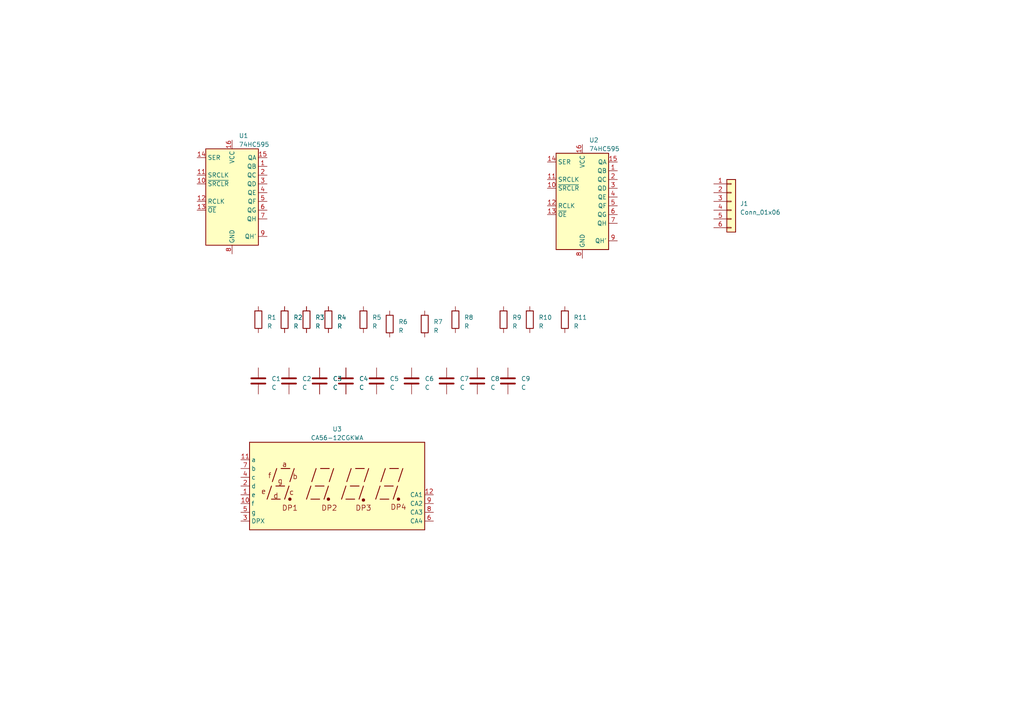
<source format=kicad_sch>
(kicad_sch (version 20230121) (generator eeschema)
  (paper "A4")
  (lib_symbols
    (symbol "74xx:74HC595"
      (property "Reference" "U" (at -7.62 13.97 0))
      (property "Value" "74HC595" (at -7.62 -16.51 0))
      (symbol "74HC595_1_0"
        (pin tri_state line (at 10.16 7.62 180) (length 2.54) (name "QB") (number "1"))
        (pin input line (at -10.16 2.54 0) (length 2.54) (name "~{SRCLR}") (number "10"))
        (pin input line (at -10.16 5.08 0) (length 2.54) (name "SRCLK") (number "11"))
        (pin input line (at -10.16 -2.54 0) (length 2.54) (name "RCLK") (number "12"))
        (pin input line (at -10.16 -5.08 0) (length 2.54) (name "~{OE}") (number "13"))
        (pin input line (at -10.16 10.16 0) (length 2.54) (name "SER") (number "14"))
        (pin tri_state line (at 10.16 10.16 180) (length 2.54) (name "QA") (number "15"))
        (pin power_in line (at 0 15.24 270) (length 2.54) (name "VCC") (number "16"))
        (pin tri_state line (at 10.16 5.08 180) (length 2.54) (name "QC") (number "2"))
        (pin tri_state line (at 10.16 2.54 180) (length 2.54) (name "QD") (number "3"))
        (pin tri_state line (at 10.16 0 180) (length 2.54) (name "QE") (number "4"))
        (pin tri_state line (at 10.16 -2.54 180) (length 2.54) (name "QF") (number "5"))
        (pin tri_state line (at 10.16 -5.08 180) (length 2.54) (name "QG") (number "6"))
        (pin tri_state line (at 10.16 -7.62 180) (length 2.54) (name "QH") (number "7"))
        (pin power_in line (at 0 -17.78 90) (length 2.54) (name "GND") (number "8"))
        (pin output line (at 10.16 -12.7 180) (length 2.54) (name "QH'") (number "9"))
      )
      (symbol "74HC595_1_1"
        (rectangle (start -7.62 12.7) (end 7.62 -15.24) (stroke (width 0.254)) (fill (type background)))
      )
    )
    (symbol "Connector_Generic:Conn_01x06" (pin_names (offset 1.016) hide)
      (property "Reference" "J" (at 0 7.62 0))
      (property "Value" "Conn_01x06" (at 0 -10.16 0))
      (symbol "Conn_01x06_1_1"
        (rectangle (start -1.27 -7.493) (end 0 -7.747) (stroke (width 0.1524)))
        (rectangle (start -1.27 -4.953) (end 0 -5.207) (stroke (width 0.1524)))
        (rectangle (start -1.27 -2.413) (end 0 -2.667) (stroke (width 0.1524)))
        (rectangle (start -1.27 0.127) (end 0 -0.127) (stroke (width 0.1524)))
        (rectangle (start -1.27 2.667) (end 0 2.413) (stroke (width 0.1524)))
        (rectangle (start -1.27 5.207) (end 0 4.953) (stroke (width 0.1524)))
        (rectangle (start -1.27 6.35) (end 1.27 -8.89) (stroke (width 0.254)) (fill (type background)))
        (pin passive line (at -5.08 5.08 0) (length 3.81) (name "Pin_1") (number "1"))
        (pin passive line (at -5.08 2.54 0) (length 3.81) (name "Pin_2") (number "2"))
        (pin passive line (at -5.08 0 0) (length 3.81) (name "Pin_3") (number "3"))
        (pin passive line (at -5.08 -2.54 0) (length 3.81) (name "Pin_4") (number "4"))
        (pin passive line (at -5.08 -5.08 0) (length 3.81) (name "Pin_5") (number "5"))
        (pin passive line (at -5.08 -7.62 0) (length 3.81) (name "Pin_6") (number "6"))
      )
    )
    (symbol "Device:C" (pin_numbers hide) (pin_names (offset 0.254))
      (property "Reference" "C" (at 0.635 2.54 0))
      (property "Value" "C" (at 0.635 -2.54 0))
      (symbol "C_0_1"
        (polyline (pts (xy -2.032 -0.762) (xy 2.032 -0.762)) (stroke (width 0.508)))
        (polyline (pts (xy -2.032 0.762) (xy 2.032 0.762)) (stroke (width 0.508)))
      )
      (symbol "C_1_1"
        (pin passive line (at 0 3.81 270) (length 2.794) (name "~") (number "1"))
        (pin passive line (at 0 -3.81 90) (length 2.794) (name "~") (number "2"))
      )
    )
    (symbol "Device:R" (pin_numbers hide) (pin_names (offset 0))
      (property "Reference" "R" (at 2.032 0 90))
      (property "Value" "R" (at 0 0 90))
      (symbol "R_0_1"
        (rectangle (start -1.016 -2.54) (end 1.016 2.54) (stroke (width 0.254)))
      )
      (symbol "R_1_1"
        (pin passive line (at 0 3.81 270) (length 1.27) (name "~") (number "1"))
        (pin passive line (at 0 -3.81 90) (length 1.27) (name "~") (number "2"))
      )
    )
    (symbol "Display_Character:CA56-12CGKWA"
      (property "Reference" "U" (at -24.13 13.97 0))
      (property "Value" "CA56-12CGKWA" (at 17.78 13.97 0))
      (symbol "CA56-12CGKWA_0_0"
        (rectangle (start -25.4 12.7) (end 25.4 -12.7) (stroke (width 0.254)) (fill (type background)))
        (polyline (pts (xy -20.32 -3.81) (xy -19.05 0)) (stroke (width 0.254)))
        (polyline (pts (xy -19.05 -3.81) (xy -16.51 -3.81)) (stroke (width 0.254)))
        (polyline (pts (xy -18.796 1.27) (xy -17.526 5.08)) (stroke (width 0.254)))
        (polyline (pts (xy -17.78 0) (xy -15.24 0)) (stroke (width 0.254)))
        (polyline (pts (xy -16.256 5.08) (xy -13.716 5.08)) (stroke (width 0.254)))
        (polyline (pts (xy -15.24 -3.81) (xy -13.97 0)) (stroke (width 0.254)))
        (polyline (pts (xy -13.716 1.27) (xy -12.446 5.08)) (stroke (width 0.254)))
        (polyline (pts (xy -8.89 -3.81) (xy -7.62 0)) (stroke (width 0.254)))
        (polyline (pts (xy -7.62 -3.81) (xy -5.08 -3.81)) (stroke (width 0.254)))
        (polyline (pts (xy -7.366 1.27) (xy -6.096 5.08)) (stroke (width 0.254)))
        (polyline (pts (xy -6.35 0) (xy -3.81 0)) (stroke (width 0.254)))
        (polyline (pts (xy -4.826 5.08) (xy -2.286 5.08)) (stroke (width 0.254)))
        (polyline (pts (xy -3.81 -3.81) (xy -2.54 0)) (stroke (width 0.254)))
        (polyline (pts (xy -2.286 1.27) (xy -1.016 5.08)) (stroke (width 0.254)))
        (polyline (pts (xy 1.27 -3.81) (xy 2.54 0)) (stroke (width 0.254)))
        (polyline (pts (xy 2.54 -3.81) (xy 5.08 -3.81)) (stroke (width 0.254)))
        (polyline (pts (xy 2.794 1.27) (xy 4.064 5.08)) (stroke (width 0.254)))
        (polyline (pts (xy 3.81 0) (xy 6.35 0)) (stroke (width 0.254)))
        (polyline (pts (xy 5.334 5.08) (xy 7.874 5.08)) (stroke (width 0.254)))
        (polyline (pts (xy 6.35 -3.81) (xy 7.62 0)) (stroke (width 0.254)))
        (polyline (pts (xy 7.874 1.27) (xy 9.144 5.08)) (stroke (width 0.254)))
        (polyline (pts (xy 11.176 -3.81) (xy 12.446 0)) (stroke (width 0.254)))
        (polyline (pts (xy 12.446 -3.81) (xy 14.986 -3.81)) (stroke (width 0.254)))
        (polyline (pts (xy 12.7 1.27) (xy 13.97 5.08)) (stroke (width 0.254)))
        (polyline (pts (xy 13.716 0) (xy 16.256 0)) (stroke (width 0.254)))
        (polyline (pts (xy 15.24 5.08) (xy 17.78 5.08)) (stroke (width 0.254)))
        (polyline (pts (xy 16.256 -3.81) (xy 17.526 0)) (stroke (width 0.254)))
        (polyline (pts (xy 17.78 1.27) (xy 19.05 5.08)) (stroke (width 0.254)))
        (text "a" (at -15.24 6.35 0) (effects (font (size 1.524 1.524))))
        (text "b" (at -12.192 2.794 0) (effects (font (size 1.524 1.524))))
        (text "c" (at -13.208 -1.778 0) (effects (font (size 1.524 1.524))))
        (text "d" (at -17.78 -2.794 0) (effects (font (size 1.524 1.524))))
        (text "DP1" (at -13.716 -6.35 0) (effects (font (size 1.524 1.524))))
        (text "DP2" (at -2.286 -6.35 0) (effects (font (size 1.524 1.524))))
        (text "DP3" (at 7.62 -6.35 0) (effects (font (size 1.524 1.524))))
        (text "DP4" (at 17.78 -6.096 0) (effects (font (size 1.524 1.524))))
        (text "e" (at -21.336 -1.524 0) (effects (font (size 1.524 1.524))))
        (text "f" (at -19.558 3.048 0) (effects (font (size 1.524 1.524))))
        (text "g" (at -16.51 1.524 0) (effects (font (size 1.524 1.524))))
      )
      (symbol "CA56-12CGKWA_0_1"
        (circle (center -13.716 -3.81) (radius 0.3556) (stroke (width 0.254)) (fill (type outline)))
        (circle (center -2.54 -3.81) (radius 0.3556) (stroke (width 0.254)) (fill (type outline)))
      )
      (symbol "CA56-12CGKWA_1_0"
        (circle (center 7.62 -4.064) (radius 0.3556) (stroke (width 0.254)) (fill (type outline)))
        (circle (center 17.78 -3.81) (radius 0.3556) (stroke (width 0.254)) (fill (type outline)))
      )
      (symbol "CA56-12CGKWA_1_1"
        (pin input line (at -27.94 -2.54 0) (length 2.54) (name "e") (number "1"))
        (pin input line (at -27.94 -5.08 0) (length 2.54) (name "f") (number "10"))
        (pin input line (at -27.94 7.62 0) (length 2.54) (name "a") (number "11"))
        (pin input line (at 27.94 -2.54 180) (length 2.54) (name "CA1") (number "12"))
        (pin input line (at -27.94 0 0) (length 2.54) (name "d") (number "2"))
        (pin input line (at -27.94 -10.16 0) (length 2.54) (name "DPX") (number "3"))
        (pin input line (at -27.94 2.54 0) (length 2.54) (name "c") (number "4"))
        (pin input line (at -27.94 -7.62 0) (length 2.54) (name "g") (number "5"))
        (pin input line (at 27.94 -10.16 180) (length 2.54) (name "CA4") (number "6"))
        (pin input line (at -27.94 5.08 0) (length 2.54) (name "b") (number "7"))
        (pin input line (at 27.94 -7.62 180) (length 2.54) (name "CA3") (number "8"))
        (pin input line (at 27.94 -5.08 180) (length 2.54) (name "CA2") (number "9"))
      )
    )
  )
  (symbol (lib_id "74xx:74HC595") (at 67.31 55.88 0) (unit 1)
    (property "Reference" "U1" (at 69.2659 39.37 0) (effects (justify left)))
    (property "Value" "74HC595" (at 69.2659 41.91 0) (effects (justify left)))
    (property "Datasheet" "http://www.ti.com/lit/ds/symlink/sn74hc595.pdf" (effects hide))
  )
  (symbol (lib_id "Device:C") (at 119.38 110.49 0) (unit 1)
    (property "Reference" "C6" (at 123.19 109.855 0) (effects (justify left)))
    (property "Value" "C" (at 123.19 112.395 0) (effects (justify left)))
  )
  (symbol (lib_id "Device:C") (at 109.22 110.49 0) (unit 1)
    (property "Reference" "C5" (at 113.03 109.855 0) (effects (justify left)))
    (property "Value" "C" (at 113.03 112.395 0) (effects (justify left)))
  )
  (symbol (lib_id "Device:C") (at 92.71 110.49 0) (unit 1)
    (property "Reference" "C3" (at 96.52 109.855 0) (effects (justify left)))
    (property "Value" "C" (at 96.52 112.395 0) (effects (justify left)))
  )
  (symbol (lib_id "Device:C") (at 138.43 110.49 0) (unit 1)
    (property "Reference" "C8" (at 142.24 109.855 0) (effects (justify left)))
    (property "Value" "C" (at 142.24 112.395 0) (effects (justify left)))
  )
  (symbol (lib_id "Device:R") (at 105.41 92.71 0) (unit 1)
    (property "Reference" "R5" (at 107.95 92.075 0) (effects (justify left)))
    (property "Value" "R" (at 107.95 94.615 0) (effects (justify left)))
  )
  (symbol (lib_id "Connector_Generic:Conn_01x06") (at 212.09 58.42 0) (unit 1)
    (property "Reference" "J1" (at 214.63 59.055 0) (effects (justify left)))
    (property "Value" "Conn_01x06" (at 214.63 61.595 0) (effects (justify left)))
  )
  (symbol (lib_id "Device:R") (at 113.03 93.98 0) (unit 1)
    (property "Reference" "R6" (at 115.57 93.345 0) (effects (justify left)))
    (property "Value" "R" (at 115.57 95.885 0) (effects (justify left)))
  )
  (symbol (lib_id "Device:R") (at 132.08 92.71 0) (unit 1)
    (property "Reference" "R8" (at 134.62 92.075 0) (effects (justify left)))
    (property "Value" "R" (at 134.62 94.615 0) (effects (justify left)))
  )
  (symbol (lib_id "Device:R") (at 82.55 92.71 0) (unit 1)
    (property "Reference" "R2" (at 85.09 92.075 0) (effects (justify left)))
    (property "Value" "R" (at 85.09 94.615 0) (effects (justify left)))
  )
  (symbol (lib_id "Device:C") (at 100.33 110.49 0) (unit 1)
    (property "Reference" "C4" (at 104.14 109.855 0) (effects (justify left)))
    (property "Value" "C" (at 104.14 112.395 0) (effects (justify left)))
  )
  (symbol (lib_id "Device:C") (at 74.93 110.49 0) (unit 1)
    (property "Reference" "C1" (at 78.74 109.855 0) (effects (justify left)))
    (property "Value" "C" (at 78.74 112.395 0) (effects (justify left)))
  )
  (symbol (lib_id "Device:R") (at 95.25 92.71 0) (unit 1)
    (property "Reference" "R4" (at 97.79 92.075 0) (effects (justify left)))
    (property "Value" "R" (at 97.79 94.615 0) (effects (justify left)))
  )
  (symbol (lib_id "Device:R") (at 74.93 92.71 0) (unit 1)
    (property "Reference" "R1" (at 77.47 92.075 0) (effects (justify left)))
    (property "Value" "R" (at 77.47 94.615 0) (effects (justify left)))
  )
  (symbol (lib_id "Device:R") (at 153.67 92.71 0) (unit 1)
    (property "Reference" "R10" (at 156.21 92.075 0) (effects (justify left)))
    (property "Value" "R" (at 156.21 94.615 0) (effects (justify left)))
  )
  (symbol (lib_id "Display_Character:CA56-12CGKWA") (at 97.79 140.97 0) (unit 1)
    (property "Reference" "U3" (at 97.79 124.46 0))
    (property "Value" "CA56-12CGKWA" (at 97.79 127 0))
    (property "Footprint" "Display_7Segment:CA56-12CGKWA" (effects hide))
    (property "Datasheet" "http://www.kingbright.com/attachments/file/psearch/000/00/00/CA56-12CGKWA(Ver.9A).pdf" (effects hide))
  )
  (symbol (lib_id "Device:C") (at 83.82 110.49 0) (unit 1)
    (property "Reference" "C2" (at 87.63 109.855 0) (effects (justify left)))
    (property "Value" "C" (at 87.63 112.395 0) (effects (justify left)))
  )
  (symbol (lib_id "Device:C") (at 147.32 110.49 0) (unit 1)
    (property "Reference" "C9" (at 151.13 109.855 0) (effects (justify left)))
    (property "Value" "C" (at 151.13 112.395 0) (effects (justify left)))
  )
  (symbol (lib_id "74xx:74HC595") (at 168.91 57.15 0) (unit 1)
    (property "Reference" "U2" (at 170.8659 40.64 0) (effects (justify left)))
    (property "Value" "74HC595" (at 170.8659 43.18 0) (effects (justify left)))
    (property "Datasheet" "http://www.ti.com/lit/ds/symlink/sn74hc595.pdf" (effects hide))
  )
  (symbol (lib_id "Device:R") (at 88.9 92.71 0) (unit 1)
    (property "Reference" "R3" (at 91.44 92.075 0) (effects (justify left)))
    (property "Value" "R" (at 91.44 94.615 0) (effects (justify left)))
  )
  (symbol (lib_id "Device:R") (at 163.83 92.71 0) (unit 1)
    (property "Reference" "R11" (at 166.37 92.075 0) (effects (justify left)))
    (property "Value" "R" (at 166.37 94.615 0) (effects (justify left)))
  )
  (symbol (lib_id "Device:C") (at 129.54 110.49 0) (unit 1)
    (property "Reference" "C7" (at 133.35 109.855 0) (effects (justify left)))
    (property "Value" "C" (at 133.35 112.395 0) (effects (justify left)))
  )
  (symbol (lib_id "Device:R") (at 123.19 93.98 0) (unit 1)
    (property "Reference" "R7" (at 125.73 93.345 0) (effects (justify left)))
    (property "Value" "R" (at 125.73 95.885 0) (effects (justify left)))
  )
  (symbol (lib_id "Device:R") (at 146.05 92.71 0) (unit 1)
    (property "Reference" "R9" (at 148.59 92.075 0) (effects (justify left)))
    (property "Value" "R" (at 148.59 94.615 0) (effects (justify left)))
  )
)
</source>
